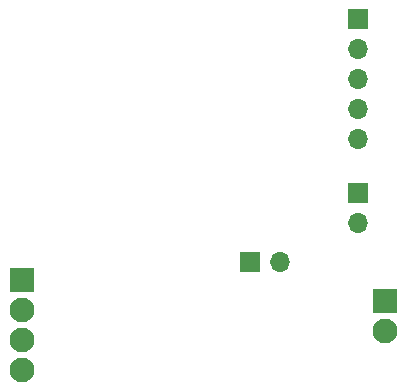
<source format=gbr>
%TF.GenerationSoftware,KiCad,Pcbnew,7.0.2*%
%TF.CreationDate,2024-06-22T20:38:36+05:30*%
%TF.ProjectId,EPS_SolarInput,4550535f-536f-46c6-9172-496e7075742e,v01*%
%TF.SameCoordinates,Original*%
%TF.FileFunction,Soldermask,Bot*%
%TF.FilePolarity,Negative*%
%FSLAX46Y46*%
G04 Gerber Fmt 4.6, Leading zero omitted, Abs format (unit mm)*
G04 Created by KiCad (PCBNEW 7.0.2) date 2024-06-22 20:38:36*
%MOMM*%
%LPD*%
G01*
G04 APERTURE LIST*
%ADD10R,1.700000X1.700000*%
%ADD11O,1.700000X1.700000*%
%ADD12C,2.100000*%
%ADD13R,2.100000X2.100000*%
G04 APERTURE END LIST*
D10*
%TO.C,J4*%
X145288000Y-108966000D03*
D11*
X147828000Y-108966000D03*
%TD*%
%TO.C,J5*%
X154432000Y-98557000D03*
X154432000Y-96017000D03*
X154432000Y-93477000D03*
X154432000Y-90937000D03*
D10*
X154432000Y-88397000D03*
%TD*%
D11*
%TO.C,J3*%
X154432000Y-105659000D03*
D10*
X154432000Y-103119000D03*
%TD*%
D12*
%TO.C,J2*%
X156718000Y-114808000D03*
D13*
X156718000Y-112268000D03*
%TD*%
%TO.C,J6*%
X125984000Y-110485000D03*
D12*
X125984000Y-113025000D03*
X125984000Y-115565000D03*
X125984000Y-118105000D03*
%TD*%
M02*

</source>
